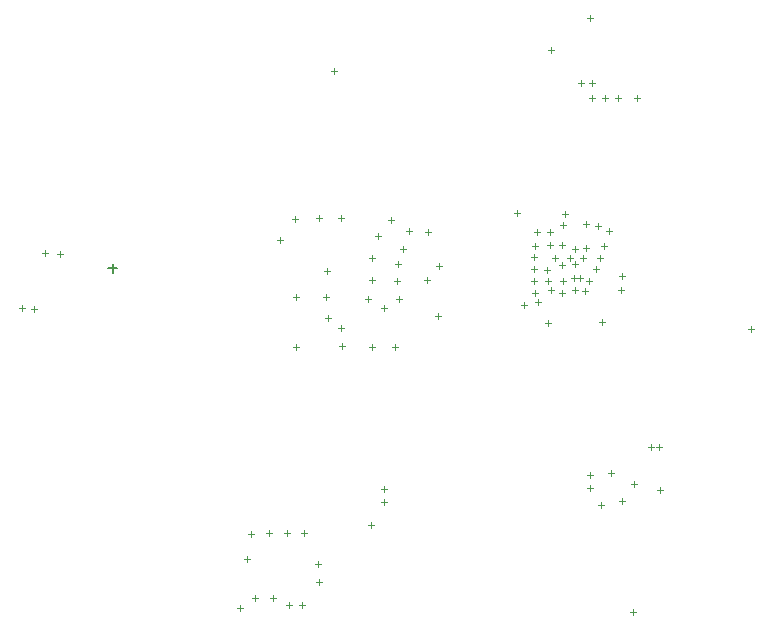
<source format=gbr>
%TF.GenerationSoftware,Altium Limited,Altium Designer,25.7.1 (20)*%
G04 Layer_Color=12040119*
%FSLAX45Y45*%
%MOMM*%
%TF.SameCoordinates,1AA72D45-9F13-4BD8-B423-63960E99F270*%
%TF.FilePolarity,Positive*%
%TF.FileFunction,Other,Bottom_Component_Center*%
%TF.Part,Single*%
G01*
G75*
%TA.AperFunction,NonConductor*%
%ADD91C,0.12700*%
%ADD108C,0.02540*%
D91*
X1379220Y3876040D02*
X1417320D01*
Y3914140D01*
Y3876040D02*
X1455420D01*
X1417320Y3837940D02*
Y3876040D01*
D108*
X6816598Y3339033D02*
Y3389833D01*
X6791198Y3364433D02*
X6841998D01*
X5794324Y968908D02*
X5845124D01*
X5819724Y943508D02*
Y994308D01*
X3260141Y5545760D02*
X3310941D01*
X3285541Y5520360D02*
Y5571160D01*
X2747035Y1088949D02*
X2797835D01*
X2772435Y1063549D02*
Y1114349D01*
X2465502Y1002589D02*
X2516302D01*
X2490902Y977189D02*
Y1027989D01*
X2526284Y1420419D02*
X2577084D01*
X2551684Y1395019D02*
Y1445819D01*
X2879192Y1023671D02*
X2929992D01*
X2904592Y998271D02*
Y1049071D01*
X3603701Y1678356D02*
Y1729156D01*
X3578301Y1703756D02*
X3629101D01*
X3711194Y1984604D02*
Y2035404D01*
X3685794Y2010004D02*
X3736594D01*
X3685819Y1899285D02*
X3736619D01*
X3711219Y1873885D02*
Y1924685D01*
X5159781Y3940251D02*
Y3991051D01*
X5134381Y3965651D02*
X5185181D01*
X4958004Y3769512D02*
X5008804D01*
X4983404Y3744112D02*
Y3794912D01*
X3163595Y4277411D02*
Y4328211D01*
X3138195Y4302811D02*
X3188995D01*
X3780434Y3209315D02*
X3831234D01*
X3805834Y3183915D02*
Y3234715D01*
X3614547Y3185998D02*
Y3236798D01*
X3589147Y3211398D02*
X3639947D01*
X2930068Y4291127D02*
X2980868D01*
X2955468Y4265727D02*
Y4316527D01*
X6051321Y1975104D02*
Y2025904D01*
X6025921Y2000504D02*
X6076721D01*
X3584321Y3968521D02*
X3635121D01*
X3609721Y3943121D02*
Y3993921D01*
X3577742Y3591763D02*
Y3642563D01*
X3552342Y3617163D02*
X3603142D01*
X3610813Y3750615D02*
Y3801415D01*
X3585413Y3776015D02*
X3636213D01*
X3326130Y4301211D02*
X3376930D01*
X3351530Y4275811D02*
Y4326611D01*
X4983099Y3944010D02*
Y3994810D01*
X4957699Y3969410D02*
X5008499D01*
X5200523Y3772586D02*
X5251323D01*
X5225923Y3747186D02*
Y3797986D01*
X5449240Y5321198D02*
X5500040D01*
X5474640Y5295798D02*
Y5346598D01*
X3749040Y4286148D02*
X3799840D01*
X3774440Y4260748D02*
Y4311548D01*
X4840148Y4318533D02*
Y4369333D01*
X4814748Y4343933D02*
X4865548D01*
X5558892Y5321478D02*
X5609692D01*
X5584292Y5296078D02*
Y5346878D01*
X3349752Y3343224D02*
Y3394024D01*
X3324352Y3368624D02*
X3375152D01*
X5851474Y5295290D02*
Y5346090D01*
X5826074Y5320690D02*
X5876874D01*
X5667400Y5322291D02*
X5718200D01*
X5692800Y5296891D02*
Y5347691D01*
X752094Y3511220D02*
Y3562020D01*
X726694Y3536620D02*
X777494D01*
X618795Y3540354D02*
X669595D01*
X644195Y3514954D02*
Y3565754D01*
X970280Y3977030D02*
Y4027830D01*
X944880Y4002430D02*
X995680D01*
X816178Y4006723D02*
X866978D01*
X841578Y3981323D02*
Y4032123D01*
X3157042Y1349934D02*
Y1400734D01*
X3131642Y1375334D02*
X3182442D01*
X3159074Y1198448D02*
Y1249248D01*
X3133674Y1223848D02*
X3184474D01*
X3010865Y1635201D02*
X3061665D01*
X3036265Y1609801D02*
Y1660601D01*
X2863875Y1634515D02*
X2914675D01*
X2889275Y1609115D02*
Y1659915D01*
X2715489Y1634033D02*
X2766289D01*
X2740889Y1608633D02*
Y1659433D01*
X2597912Y1088974D02*
X2648712D01*
X2623312Y1063574D02*
Y1114374D01*
X2564816Y1630324D02*
X2615616D01*
X2590216Y1604924D02*
Y1655724D01*
X5609107Y2147138D02*
X5659907D01*
X5634507Y2121738D02*
Y2172538D01*
X5458739Y1992706D02*
Y2043506D01*
X5433339Y2018106D02*
X5484139D01*
X5459527Y2098446D02*
Y2149246D01*
X5434127Y2123846D02*
X5484927D01*
X5552440Y1851101D02*
Y1901901D01*
X5527040Y1876501D02*
X5577840D01*
X5800725Y2048078D02*
X5851525D01*
X5826125Y2022678D02*
Y2073478D01*
X5216449Y4336593D02*
X5267249D01*
X5241849Y4311193D02*
Y4361993D01*
X5620614Y4164762D02*
Y4215562D01*
X5595214Y4190162D02*
X5646014D01*
X5549748Y4065803D02*
X5600548D01*
X5575148Y4040403D02*
Y4091203D01*
X5425161Y4230980D02*
Y4281780D01*
X5399761Y4256380D02*
X5450561D01*
X5525059Y4208221D02*
Y4259021D01*
X5499659Y4233621D02*
X5550459D01*
X5472278Y5420589D02*
Y5471389D01*
X5446878Y5445989D02*
X5497678D01*
X5116779Y4158209D02*
Y4209009D01*
X5091379Y4183609D02*
X5142179D01*
X5220995Y3638956D02*
Y3689756D01*
X5195595Y3664356D02*
X5246395D01*
X5426989Y3774186D02*
X5477789D01*
X5452389Y3748786D02*
Y3799586D01*
X5012487Y4156964D02*
Y4207764D01*
X4987087Y4182364D02*
X5037887D01*
X5020208Y3563137D02*
Y3613937D01*
X4994808Y3588537D02*
X5045608D01*
X5484724Y3873652D02*
X5535524D01*
X5510124Y3848252D02*
Y3899052D01*
X5223256Y4047338D02*
Y4098138D01*
X5197856Y4072738D02*
X5248656D01*
X5116779Y4046601D02*
Y4097401D01*
X5091379Y4072001D02*
X5142179D01*
X5418506Y3661334D02*
Y3712134D01*
X5393106Y3686734D02*
X5443906D01*
X5973648Y2337410D02*
Y2388210D01*
X5948248Y2362810D02*
X5999048D01*
X5517642Y3968750D02*
X5568442D01*
X5543042Y3943350D02*
Y3994150D01*
X5326482Y4017391D02*
Y4068191D01*
X5301082Y4042791D02*
X5351882D01*
X5424957Y4022928D02*
Y4073728D01*
X5399557Y4048328D02*
X5450357D01*
X5302580Y3911803D02*
X5353380D01*
X5327980Y3886403D02*
Y3937203D01*
X5370322Y3769919D02*
Y3820719D01*
X5344922Y3795319D02*
X5395722D01*
X5371338Y3967861D02*
X5422138D01*
X5396738Y3942461D02*
Y3993261D01*
X5262880Y3965245D02*
X5313680D01*
X5288280Y3939845D02*
Y3990645D01*
X5320944Y3770173D02*
Y3820973D01*
X5295544Y3795573D02*
X5346344D01*
X5076622Y3412617D02*
X5127422D01*
X5102022Y3387217D02*
Y3438017D01*
X5326075Y3664560D02*
Y3715360D01*
X5300675Y3689960D02*
X5351475D01*
X5725465Y3788689D02*
Y3839489D01*
X5700065Y3814089D02*
X5750865D01*
X5532933Y3420872D02*
X5583733D01*
X5558333Y3395472D02*
Y3446272D01*
X5123764Y3670275D02*
Y3721075D01*
X5098364Y3695675D02*
X5149164D01*
X4965471Y3671062D02*
X5016271D01*
X4990871Y3645662D02*
Y3696462D01*
X5071008Y3867302D02*
X5121808D01*
X5096408Y3841902D02*
Y3892702D01*
X4967707Y4069283D02*
X5018507D01*
X4993107Y4043883D02*
Y4094683D01*
X4961763Y3873652D02*
X5012563D01*
X4987163Y3848252D02*
Y3899052D01*
X3687445Y3537153D02*
X3738245D01*
X3712845Y3511753D02*
Y3562553D01*
X3898367Y4192549D02*
X3949167D01*
X3923767Y4167149D02*
Y4217949D01*
X3835603Y3889553D02*
Y3940353D01*
X3810203Y3914953D02*
X3861003D01*
X3810991Y3621710D02*
X3861791D01*
X3836391Y3596310D02*
Y3647110D01*
X3202330Y3853028D02*
X3253130D01*
X3227730Y3827628D02*
Y3878428D01*
X3662705Y4121658D02*
Y4172458D01*
X3637305Y4147058D02*
X3688105D01*
X3331870Y3218790D02*
X3382670D01*
X3357270Y3193390D02*
Y3244190D01*
X3200095Y3631590D02*
X3250895D01*
X3225495Y3606190D02*
Y3656990D01*
X3796081Y3771748D02*
X3846881D01*
X3821481Y3746348D02*
Y3797148D01*
X4085565Y4155567D02*
Y4206367D01*
X4060165Y4180967D02*
X4110965D01*
X4047795Y3781730D02*
X4098595D01*
X4073195Y3756330D02*
Y3807130D01*
X4147693Y3469945D02*
X4198493D01*
X4173093Y3444545D02*
Y3495345D01*
X2810053Y4119677D02*
X2860853D01*
X2835453Y4094277D02*
Y4145077D01*
X2941549Y3635248D02*
X2992349D01*
X2966949Y3609848D02*
Y3660648D01*
X3845509Y4042969D02*
X3896309D01*
X3870909Y4017569D02*
Y4068369D01*
X2943123Y3215157D02*
X2993923D01*
X2968523Y3189757D02*
Y3240557D01*
X6039206Y2337283D02*
Y2388083D01*
X6013806Y2362683D02*
X6064606D01*
X5719928Y3671189D02*
Y3721989D01*
X5694528Y3696589D02*
X5745328D01*
X5079898Y3773780D02*
X5130698D01*
X5105298Y3748380D02*
Y3799180D01*
X5225034Y4221353D02*
Y4272153D01*
X5199634Y4246753D02*
X5250434D01*
X5453177Y5973013D02*
Y6023813D01*
X5427777Y5998413D02*
X5478577D01*
X3242208Y3431311D02*
Y3482111D01*
X3216808Y3456711D02*
X3267608D01*
X5194376Y3903548D02*
X5245176D01*
X5219776Y3878148D02*
Y3928948D01*
X4155211Y3893083D02*
X4206011D01*
X4180611Y3867683D02*
Y3918483D01*
X5381904Y5419928D02*
Y5470728D01*
X5356504Y5445328D02*
X5407304D01*
X4869561Y3570453D02*
X4920361D01*
X4894961Y3545053D02*
Y3595853D01*
X5102454Y5727827D02*
X5153254D01*
X5127854Y5702427D02*
Y5753227D01*
X2994965Y1028217D02*
X3045765D01*
X3020365Y1002817D02*
Y1053617D01*
X5724474Y1885366D02*
Y1936166D01*
X5699074Y1910766D02*
X5749874D01*
%TF.MD5,5146e82d27891e1ff020b2af9346b06b*%
M02*

</source>
